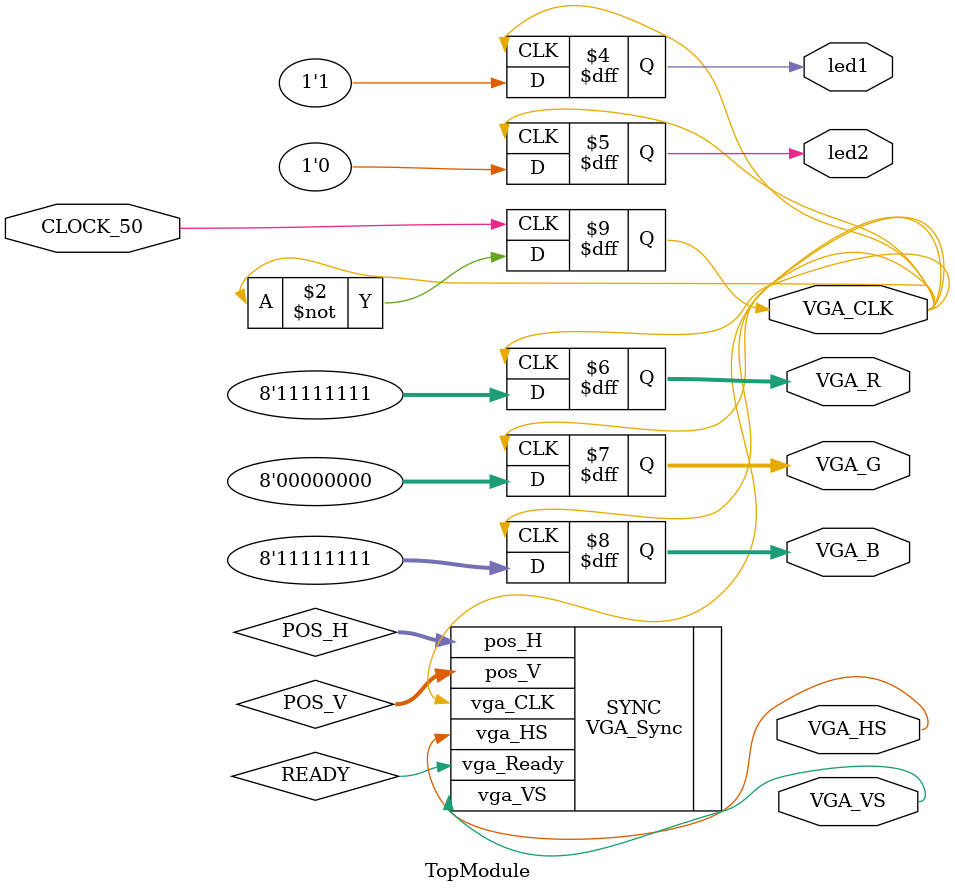
<source format=v>
module TopModule(CLOCK_50, VGA_VS, VGA_HS, VGA_CLK, VGA_R, VGA_G, VGA_B,led1,led2);

input CLOCK_50;
output reg led1,led2;
output VGA_HS, VGA_VS; 
output reg VGA_CLK;
output reg[7:0] VGA_R, VGA_G, VGA_B;

wire READY;
wire[9:0] POS_H, POS_V;

always @(posedge CLOCK_50) begin 
	VGA_CLK = ~VGA_CLK;
end

VGA_Sync SYNC(.vga_CLK(VGA_CLK), .vga_VS(VGA_VS), .vga_HS(VGA_HS), .vga_Ready(READY), .pos_H(POS_H), .pos_V(POS_V));


always @(posedge VGA_CLK) begin
	led1 <= 1;
	led2 <= 0;
	VGA_R <= 8'hFF;  
	VGA_G <= 8'h00;
	VGA_B <= 8'hFF;
	
/*	 if (hcount < 80 && vcount < 480)
    begin
	 
      green <= 8'hFF;
		blue <= 8'hFF;
		red <= 8'h00;
    end
			*/
end
endmodule
</source>
